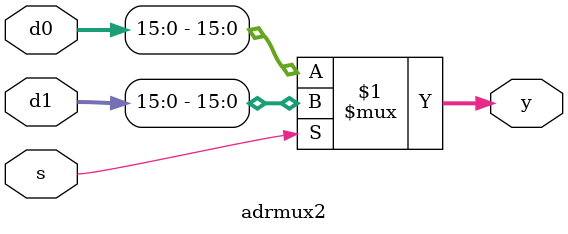
<source format=v>
`timescale 1ns / 1ps


module adrmux2 #(parameter WIDTH=32)(
    input [WIDTH-1:0] d0, d1,
    input s,
    output [15:0] y);

    assign y = s?d1[15:0]:d0[15:0];
endmodule

</source>
